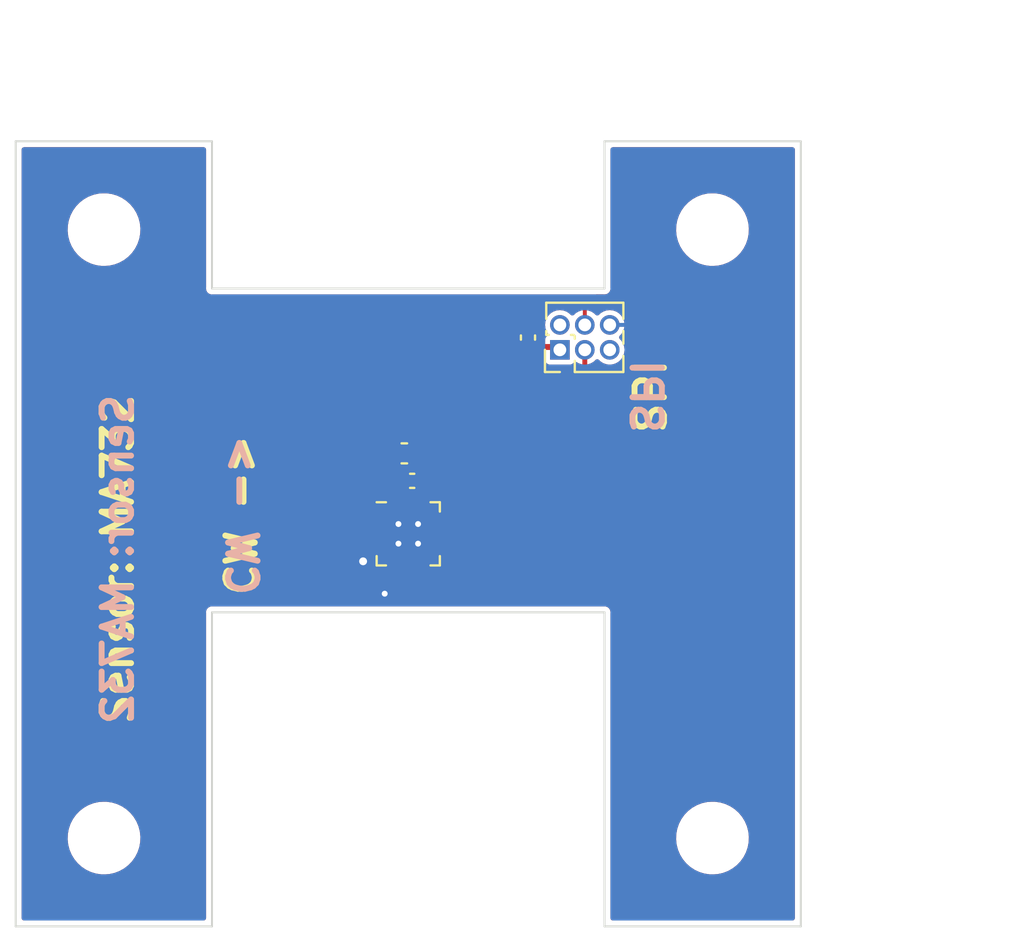
<source format=kicad_pcb>
(kicad_pcb (version 20221018) (generator pcbnew)
  (layers (0 "F.Cu" signal) (31 "B.Cu" signal) (34 "B.Paste" user) (35 "F.Paste" user) (36 "B.SilkS" user "B.Silkscreen") (37 "F.SilkS" user "F.Silkscreen") (38 "B.Mask" user) (39 "F.Mask" user) (44 "Edge.Cuts" user))
  (net 0 "")
  (net 1 "+3V3")
  (net 2 "GNDD")
  (net 3 "SENS_SPI_MOSI")
  (net 4 "SENS_SPI_SCLK")
  (net 5 "SENS_SPI_MISO")
  (net 6 "SENS_SPI_CS")
  (footprint "MountingHole:MountingHole_3.2mm_M3_DIN965" (layer "F.Cu") (at 130.5 76.5)
    (fp_text reference "H1" hide)
    (fp_text value "M3")
    (pad "" np_thru_hole circle (at 0 0) (size 3.2 3.2) (drill 3.2) (layers "*.Cu" "*.Mask"))
  )
  (footprint "MountingHole:MountingHole_3.2mm_M3_DIN965" (layer "F.Cu") (at 161.5 76.5)
    (fp_text reference "H2" hide)
    (fp_text value "M3" hide)
    (pad "" np_thru_hole circle (at 0 0) (size 3.2 3.2) (drill 3.2) (layers "*.Cu" "*.Mask"))
  )
  (footprint "Connector_PinHeader_1.27mm:PinHeader_2x03_P1.27mm_Vertical" (layer "F.Cu") (at 153.725 82.625 90)
    (fp_text reference "JST_SENS1" hide)
    (fp_text value "Conn_01x06_Female" hide)
    (fp_line (start -1.13 -0.76) (end 0 -0.76) (stroke (width 0.12)) (layer "F.SilkS"))
    (fp_line (start -1.13 0) (end -1.13 -0.76) (stroke (width 0.12)) (layer "F.SilkS"))
    (fp_line (start -1.13 0.76) (end -1.13 3.235) (stroke (width 0.12)) (layer "F.SilkS"))
    (fp_line (start -1.13 0.76) (end -0.563471 0.76) (stroke (width 0.12)) (layer "F.SilkS"))
    (fp_line (start -1.13 3.235) (end -0.30753 3.235) (stroke (width 0.12)) (layer "F.SilkS"))
    (fp_line (start 0.30753 3.235) (end 0.96247 3.235) (stroke (width 0.12)) (layer "F.SilkS"))
    (fp_line (start 0.563471 0.76) (end 0.706529 0.76) (stroke (width 0.12)) (layer "F.SilkS"))
    (fp_line (start 0.76 -0.695) (end 0.96247 -0.695) (stroke (width 0.12)) (layer "F.SilkS"))
    (fp_line (start 0.76 -0.563471) (end 0.76 -0.695) (stroke (width 0.12)) (layer "F.SilkS"))
    (fp_line (start 0.76 0.706529) (end 0.76 0.563471) (stroke (width 0.12)) (layer "F.SilkS"))
    (fp_line (start 1.57753 -0.695) (end 2.4 -0.695) (stroke (width 0.12)) (layer "F.SilkS"))
    (fp_line (start 1.57753 3.235) (end 2.4 3.235) (stroke (width 0.12)) (layer "F.SilkS"))
    (fp_line (start 2.4 -0.695) (end 2.4 3.235) (stroke (width 0.12)) (layer "F.SilkS"))
    (pad "1" thru_hole rect (at 0 0 90) (size 1 1) (drill 0.65) (layers "*.Cu" "*.Mask") (net 1 "+3V3"))
    (pad "2" thru_hole oval (at 1.27 0 90) (size 1 1) (drill 0.65) (layers "*.Cu" "*.Mask") (net 2 "GNDD"))
    (pad "3" thru_hole oval (at 0 1.27 90) (size 1 1) (drill 0.65) (layers "*.Cu" "*.Mask") (net 4 "SENS_SPI_SCLK"))
    (pad "4" thru_hole oval (at 1.27 1.27 90) (size 1 1) (drill 0.65) (layers "*.Cu" "*.Mask") (net 5 "SENS_SPI_MISO"))
    (pad "5" thru_hole oval (at 0 2.54 90) (size 1 1) (drill 0.65) (layers "*.Cu" "*.Mask") (net 3 "SENS_SPI_MOSI"))
    (pad "6" thru_hole oval (at 1.27 2.54 90) (size 1 1) (drill 0.65) (layers "*.Cu" "*.Mask") (net 6 "SENS_SPI_CS"))
  )
  (footprint "Capacitor_SMD:C_0603_1608Metric" (layer "F.Cu") (at 145.8 87.9 180)
    (fp_text reference "C_SENS4" hide)
    (fp_text value "1u")
    (fp_line (start -0.14058 -0.51) (end 0.14058 -0.51) (stroke (width 0.12)) (layer "F.SilkS"))
    (fp_line (start -0.14058 0.51) (end 0.14058 0.51) (stroke (width 0.12)) (layer "F.SilkS"))
    (pad "1" smd roundrect (at -0.775 0 180) (size 0.9 0.95) (layers "F.Cu" "F.Paste" "F.Mask") (net 1 "+3V3"))
    (pad "2" smd roundrect (at 0.775 0 180) (size 0.9 0.95) (layers "F.Cu" "F.Paste" "F.Mask") (net 2 "GNDD"))
  )
  (footprint "Capacitor_SMD:C_0402_1005Metric" (layer "F.Cu") (at 146.2 89.3 180)
    (fp_text reference "C_SENS2" hide)
    (fp_text value "100n")
    (fp_line (start -0.107836 -0.36) (end 0.107836 -0.36) (stroke (width 0.12)) (layer "F.SilkS"))
    (fp_line (start -0.107836 0.36) (end 0.107836 0.36) (stroke (width 0.12)) (layer "F.SilkS"))
    (pad "1" smd roundrect (at -0.48 0 180) (size 0.56 0.62) (layers "F.Cu" "F.Paste" "F.Mask") (net 1 "+3V3"))
    (pad "2" smd roundrect (at 0.48 0 180) (size 0.56 0.62) (layers "F.Cu" "F.Paste" "F.Mask") (net 2 "GNDD"))
  )
  (footprint "MountingHole:MountingHole_3.2mm_M3_DIN965" (layer "F.Cu") (at 161.5 107.5)
    (fp_text reference "H4" hide)
    (fp_text value "M3")
    (pad "" np_thru_hole circle (at 0 0) (size 3.2 3.2) (drill 3.2) (layers "*.Cu" "*.Mask"))
  )
  (footprint "MountingHole:MountingHole_3.2mm_M3_DIN965" (layer "F.Cu") (at 130.5 107.5)
    (fp_text reference "H3" hide)
    (fp_text value "M3")
    (pad "" np_thru_hole circle (at 0 0) (size 3.2 3.2) (drill 3.2) (layers "*.Cu" "*.Mask"))
  )
  (footprint "Package_DFN_QFN:QFN-16-1EP_3x3mm_P0.5mm_EP1.75x1.75mm" (layer "F.Cu") (at 146 92)
    (fp_text reference "U1" hide)
    (fp_text value "MA730")
    (fp_line (start -1.61 1.61) (end -1.61 1.135) (stroke (width 0.12)) (layer "F.SilkS"))
    (fp_line (start -1.135 -1.61) (end -1.61 -1.61) (stroke (width 0.12)) (layer "F.SilkS"))
    (fp_line (start -1.135 1.61) (end -1.61 1.61) (stroke (width 0.12)) (layer "F.SilkS"))
    (fp_line (start 1.135 -1.61) (end 1.61 -1.61) (stroke (width 0.12)) (layer "F.SilkS"))
    (fp_line (start 1.135 1.61) (end 1.61 1.61) (stroke (width 0.12)) (layer "F.SilkS"))
    (fp_line (start 1.61 -1.61) (end 1.61 -1.135) (stroke (width 0.12)) (layer "F.SilkS"))
    (fp_line (start 1.61 1.61) (end 1.61 1.135) (stroke (width 0.12)) (layer "F.SilkS"))
    (pad "1" smd roundrect (at -1.4625 -0.75) (size 0.775 0.25) (layers "F.Cu" "F.Paste" "F.Mask"))
    (pad "2" smd roundrect (at -1.4625 -0.25) (size 0.775 0.25) (layers "F.Cu" "F.Paste" "F.Mask"))
    (pad "3" smd roundrect (at -1.4625 0.25) (size 0.775 0.25) (layers "F.Cu" "F.Paste" "F.Mask"))
    (pad "4" smd roundrect (at -1.4625 0.75) (size 0.775 0.25) (layers "F.Cu" "F.Paste" "F.Mask") (net 3 "SENS_SPI_MOSI"))
    (pad "5" smd roundrect (at -0.75 1.4625) (size 0.25 0.775) (layers "F.Cu" "F.Paste" "F.Mask") (net 6 "SENS_SPI_CS"))
    (pad "6" smd roundrect (at -0.25 1.4625) (size 0.25 0.775) (layers "F.Cu" "F.Paste" "F.Mask"))
    (pad "7" smd roundrect (at 0.25 1.4625) (size 0.25 0.775) (layers "F.Cu" "F.Paste" "F.Mask") (net 5 "SENS_SPI_MISO"))
    (pad "8" smd roundrect (at 0.75 1.4625) (size 0.25 0.775) (layers "F.Cu" "F.Paste" "F.Mask") (net 2 "GNDD"))
    (pad "9" smd roundrect (at 1.4625 0.75) (size 0.775 0.25) (layers "F.Cu" "F.Paste" "F.Mask"))
    (pad "10" smd roundrect (at 1.4625 0.25) (size 0.775 0.25) (layers "F.Cu" "F.Paste" "F.Mask") (net 2 "GNDD"))
    (pad "11" smd roundrect (at 1.4625 -0.25) (size 0.775 0.25) (layers "F.Cu" "F.Paste" "F.Mask"))
    (pad "12" smd roundrect (at 1.4625 -0.75) (size 0.775 0.25) (layers "F.Cu" "F.Paste" "F.Mask") (net 4 "SENS_SPI_SCLK"))
    (pad "13" smd roundrect (at 0.75 -1.4625) (size 0.25 0.775) (layers "F.Cu" "F.Paste" "F.Mask") (net 1 "+3V3"))
    (pad "14" smd roundrect (at 0.25 -1.4625) (size 0.25 0.775) (layers "F.Cu" "F.Paste" "F.Mask"))
    (pad "15" smd roundrect (at -0.25 -1.4625) (size 0.25 0.775) (layers "F.Cu" "F.Paste" "F.Mask"))
    (pad "16" smd roundrect (at -0.75 -1.4625) (size 0.25 0.775) (layers "F.Cu" "F.Paste" "F.Mask"))
    (pad "17" smd rect (at 0 0) (size 1.75 1.75) (layers "F.Cu" "F.Mask") (net 2 "GNDD"))
  )
  (footprint "Capacitor_SMD:C_0402_1005Metric" (layer "F.Cu") (at 152.1 82 90)
    (fp_text reference "C_SENS1" hide)
    (fp_text value "100n" hide)
    (fp_line (start -0.107836 -0.36) (end 0.107836 -0.36) (stroke (width 0.12)) (layer "F.SilkS"))
    (fp_line (start -0.107836 0.36) (end 0.107836 0.36) (stroke (width 0.12)) (layer "F.SilkS"))
    (pad "1" smd roundrect (at -0.48 0 90) (size 0.56 0.62) (layers "F.Cu" "F.Paste" "F.Mask") (net 1 "+3V3"))
    (pad "2" smd roundrect (at 0.48 0 90) (size 0.56 0.62) (layers "F.Cu" "F.Paste" "F.Mask") (net 2 "GNDD"))
  )
  (gr_line (start 136 72) (end 126 72) (stroke (width 0.1)) (layer "Edge.Cuts"))
  (gr_line (start 166 112) (end 166 72) (stroke (width 0.1)) (layer "Edge.Cuts"))
  (gr_line (start 136 79.5) (end 156 79.5) (stroke (width 0.1)) (layer "Edge.Cuts"))
  (gr_line (start 156 96) (end 136 96) (stroke (width 0.1)) (layer "Edge.Cuts"))
  (gr_line (start 136 112) (end 126 112) (stroke (width 0.1)) (layer "Edge.Cuts"))
  (gr_line (start 156 112) (end 156 96) (stroke (width 0.1)) (layer "Edge.Cuts"))
  (gr_line (start 166 112) (end 156 112) (stroke (width 0.1)) (layer "Edge.Cuts"))
  (gr_line (start 156 79.5) (end 156 72) (stroke (width 0.1)) (layer "Edge.Cuts"))
  (gr_line (start 156 72) (end 166 72) (stroke (width 0.1)) (layer "Edge.Cuts"))
  (gr_line (start 136 72) (end 136 79.5) (stroke (width 0.1)) (layer "Edge.Cuts"))
  (gr_line (start 126 72) (end 126 112) (stroke (width 0.1)) (layer "Edge.Cuts"))
  (gr_line (start 136 96) (end 136 112) (stroke (width 0.1)) (layer "Edge.Cuts"))
  (gr_text "CW ->" (at 137.5 91.05 -90) (layer "B.SilkS") (effects (font (size 1.5 1.5) (thickness 0.3)) (justify mirror)))
  (gr_text "SPI" (at 158.1 85 -90) (layer "B.SilkS") (effects (font (size 1.5 1.5) (thickness 0.3)) (justify mirror)))
  (gr_text "Sensor: MA732" (at 131.2 93.3 90) (layer "B.SilkS") (effects (font (size 1.5 1.5) (thickness 0.3)) (justify mirror)))
  (gr_text "Sensor: MA732" (at 131.2 93.3 90) (layer "F.SilkS") (effects (font (size 1.5 1.5) (thickness 0.3))))
  (gr_text "CW ->" (at 137.5 91.05 90) (layer "F.SilkS") (effects (font (size 1.5 1.5) (thickness 0.3))))
  (gr_text "SPI" (at 158.35 85 90) (layer "F.SilkS") (effects (font (size 1.5 1.5) (thickness 0.3))))
  (segment (start 152.1 82.48) (end 153.58 82.48) (width 0.3) (layer "F.Cu") (net 1))
  (segment (start 146.75 90.5375) (end 146.75 89.37) (width 0.3) (layer "F.Cu") (net 1))
  (segment (start 146.575 87.9) (end 146.68 87.9) (width 0.3) (layer "F.Cu") (net 1))
  (segment (start 146.68 89.3) (end 146.68 88.005) (width 0.3) (layer "F.Cu") (net 1))
  (segment (start 146.75 89.37) (end 146.68 89.3) (width 0.3) (layer "F.Cu") (net 1))
  (segment (start 153.58 82.48) (end 153.725 82.625) (width 0.3) (layer "F.Cu") (net 1))
  (segment (start 146.68 87.9) (end 152.1 82.48) (width 0.3) (layer "F.Cu") (net 1))
  (segment (start 146.68 88.005) (end 146.575 87.9) (width 0.3) (layer "F.Cu") (net 1))
  (segment (start 147.4625 92.25) (end 146.25 92.25) (width 0.25) (layer "F.Cu") (net 2))
  (segment (start 146.5 92.5) (end 146.5 92.5) (width 0.25) (layer "F.Cu") (net 2))
  (segment (start 146.5 92.5) (end 146.5 92.5) (width 0.25) (layer "F.Cu") (net 2))
  (segment (start 146.5 92.5) (end 146 92) (width 0.25) (layer "F.Cu") (net 2))
  (segment (start 146.75 93.4625) (end 146.75 92.75) (width 0.25) (layer "F.Cu") (net 2))
  (segment (start 146.75 92.75) (end 146.5 92.5) (width 0.25) (layer "F.Cu") (net 2))
  (segment (start 146.25 92.25) (end 146 92) (width 0.25) (layer "F.Cu") (net 2))
  (via (at 145.5 92.5) (size 0.7) (drill 0.3) (layers "F.Cu" "B.Cu") (net 2))
  (via (at 145.5 91.5) (size 0.7) (drill 0.3) (layers "F.Cu" "B.Cu") (net 2))
  (via (at 146.5 92.5) (size 0.7) (drill 0.3) (layers "F.Cu" "B.Cu") (net 2))
  (via (at 146.5 91.5) (size 0.7) (drill 0.3) (layers "F.Cu" "B.Cu") (net 2))
  (segment (start 144.5375 92.75) (end 144.35 92.75) (width 0.2) (layer "F.Cu") (net 3))
  (segment (start 144.35 92.75) (end 143.7 93.4) (width 0.2) (layer "F.Cu") (net 3))
  (via (at 143.7 93.4) (size 0.8) (drill 0.4) (layers "F.Cu" "B.Cu") (net 3))
  (segment (start 148.75 91.25) (end 154.995 85.005) (width 0.25) (layer "F.Cu") (net 4))
  (segment (start 147.4625 91.25) (end 148.75 91.25) (width 0.25) (layer "F.Cu") (net 4))
  (segment (start 154.995 85.005) (end 154.995 82.625) (width 0.25) (layer "F.Cu") (net 4))
  (segment (start 146.25 94.25) (end 146.5 94.5) (width 0.2) (layer "F.Cu") (net 5))
  (segment (start 156.65 79.9) (end 155.6 79.9) (width 0.2) (layer "F.Cu") (net 5))
  (segment (start 157.5 84.25) (end 157.5 80.75) (width 0.2) (layer "F.Cu") (net 5))
  (segment (start 146.5 94.5) (end 147.25 94.5) (width 0.2) (layer "F.Cu") (net 5))
  (segment (start 155.6 79.9) (end 154.995 80.505) (width 0.2) (layer "F.Cu") (net 5))
  (segment (start 154.995 80.505) (end 154.995 81.355) (width 0.2) (layer "F.Cu") (net 5))
  (segment (start 147.25 94.5) (end 157.5 84.25) (width 0.2) (layer "F.Cu") (net 5))
  (segment (start 157.5 80.75) (end 156.65 79.9) (width 0.2) (layer "F.Cu") (net 5))
  (segment (start 146.25 93.4625) (end 146.25 94.25) (width 0.2) (layer "F.Cu") (net 5))
  (segment (start 144.8 93.9125) (end 145.25 93.4625) (width 0.2) (layer "F.Cu") (net 6))
  (segment (start 144.8 95.05) (end 144.8 93.9125) (width 0.2) (layer "F.Cu") (net 6))
  (via (at 144.8 95.05) (size 0.7) (drill 0.3) (layers "F.Cu" "B.Cu") (net 6))
  (segment (start 159 82.5) (end 157.855 81.355) (width 0.2) (layer "B.Cu") (net 6))
  (segment (start 159 86) (end 159 82.5) (width 0.2) (layer "B.Cu") (net 6))
  (segment (start 157.855 81.355) (end 156.265 81.355) (width 0.2) (layer "B.Cu") (net 6))
  (segment (start 144.8 95.05) (end 145.25 95.5) (width 0.2) (layer "B.Cu") (net 6))
  (segment (start 149.5 95.5) (end 159 86) (width 0.2) (layer "B.Cu") (net 6))
  (segment (start 145.25 95.5) (end 149.5 95.5) (width 0.2) (layer "B.Cu") (net 6))
  (zone (net 0) (net_name "") (layers "F&B.Cu") (connect_pads yes (clearance 0.25)) (min_thickness 0.254) (fill yes (thermal_gap 0.508) (thermal_bridge_width 0.508))
    (polygon (pts (xy 167.3 112.6) (xy 125.2 112.6) (xy 125.2 71.4) (xy 167.3 71.4)))
  )
)
</source>
